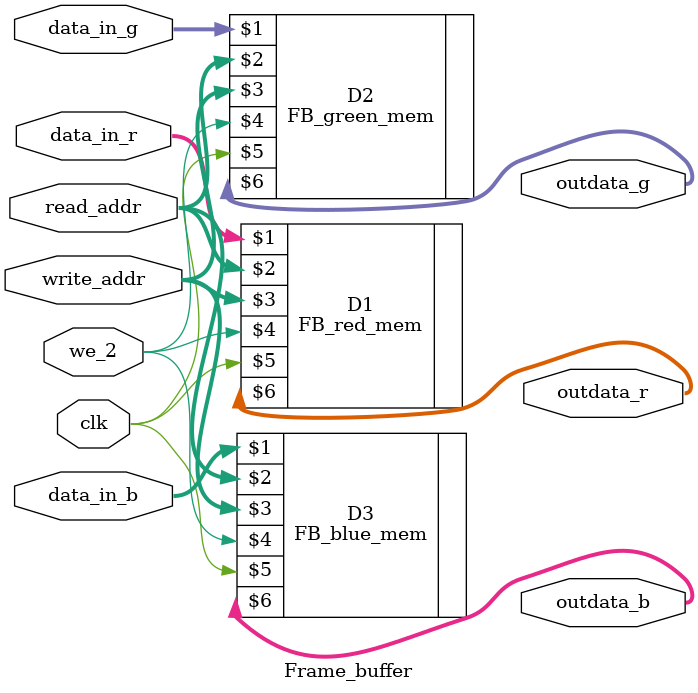
<source format=v>

module Frame_buffer (clk, we_2, read_addr, write_addr, data_in_r, data_in_g, data_in_b, outdata_r, outdata_g, outdata_b);
input   clk, we_2;
input   [19:0] read_addr, write_addr;
input   [1:0] data_in_r, data_in_g, data_in_b;
output  [1:0] outdata_r, outdata_g, outdata_b;

FB_red_mem   D1 (data_in_r, read_addr, write_addr, we_2, clk, outdata_r );
FB_green_mem D2 (data_in_g, read_addr, write_addr, we_2, clk, outdata_g );
FB_blue_mem  D3 (data_in_b, read_addr, write_addr, we_2, clk, outdata_b );

endmodule 
</source>
